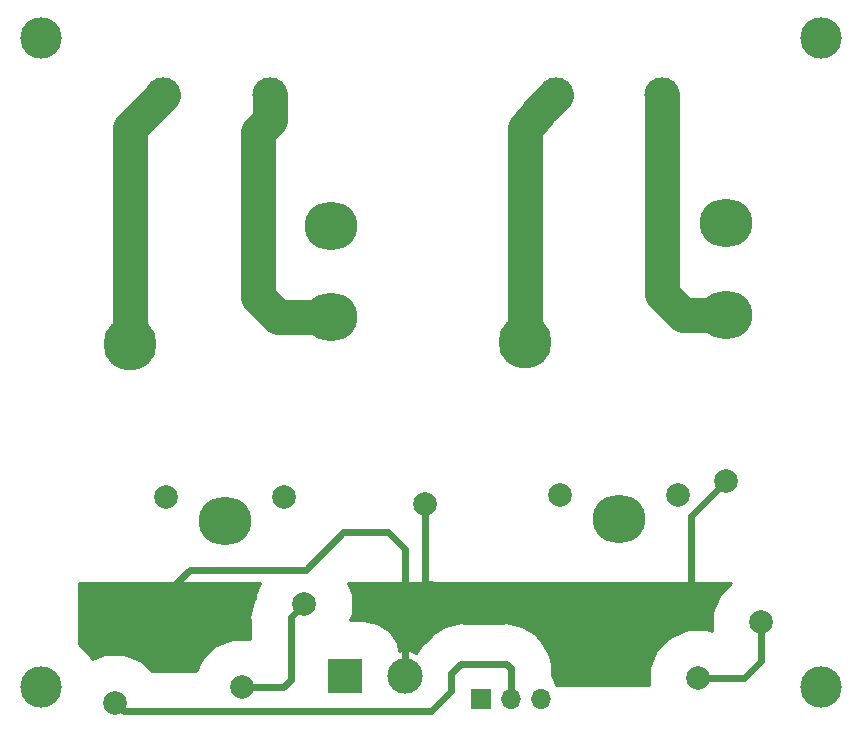
<source format=gbl>
G04 #@! TF.GenerationSoftware,KiCad,Pcbnew,(5.0.1)-3*
G04 #@! TF.CreationDate,2022-08-31T13:01:13+05:45*
G04 #@! TF.ProjectId,Relay-board,52656C61792D626F6172642E6B696361,rev?*
G04 #@! TF.SameCoordinates,Original*
G04 #@! TF.FileFunction,Copper,L2,Bot,Signal*
G04 #@! TF.FilePolarity,Positive*
%FSLAX46Y46*%
G04 Gerber Fmt 4.6, Leading zero omitted, Abs format (unit mm)*
G04 Created by KiCad (PCBNEW (5.0.1)-3) date 8/31/2022 1:01:13 PM*
%MOMM*%
%LPD*%
G01*
G04 APERTURE LIST*
G04 #@! TA.AperFunction,WasherPad*
%ADD10C,3.500000*%
G04 #@! TD*
G04 #@! TA.AperFunction,ComponentPad*
%ADD11C,3.000000*%
G04 #@! TD*
G04 #@! TA.AperFunction,ComponentPad*
%ADD12R,3.000000X3.000000*%
G04 #@! TD*
G04 #@! TA.AperFunction,ComponentPad*
%ADD13R,1.700000X1.700000*%
G04 #@! TD*
G04 #@! TA.AperFunction,ComponentPad*
%ADD14O,1.700000X1.700000*%
G04 #@! TD*
G04 #@! TA.AperFunction,ComponentPad*
%ADD15O,4.500000X4.000000*%
G04 #@! TD*
G04 #@! TA.AperFunction,ComponentPad*
%ADD16C,2.000000*%
G04 #@! TD*
G04 #@! TA.AperFunction,ComponentPad*
%ADD17C,4.500000*%
G04 #@! TD*
G04 #@! TA.AperFunction,ViaPad*
%ADD18C,2.000000*%
G04 #@! TD*
G04 #@! TA.AperFunction,Conductor*
%ADD19C,3.000000*%
G04 #@! TD*
G04 #@! TA.AperFunction,Conductor*
%ADD20C,0.600000*%
G04 #@! TD*
G04 #@! TA.AperFunction,Conductor*
%ADD21C,0.254000*%
G04 #@! TD*
G04 APERTURE END LIST*
D10*
G04 #@! TO.P,MH3,*
G04 #@! TO.N,*
X178000000Y-98000000D03*
G04 #@! TD*
G04 #@! TO.P,MH4,*
G04 #@! TO.N,*
X112000000Y-98000000D03*
G04 #@! TD*
G04 #@! TO.P,MH1,*
G04 #@! TO.N,*
X112000000Y-43000000D03*
G04 #@! TD*
D11*
G04 #@! TO.P,J1,1*
G04 #@! TO.N,COM1*
X155560000Y-47820000D03*
G04 #@! TO.P,J1,2*
G04 #@! TO.N,NO1*
X164560000Y-47820000D03*
G04 #@! TD*
G04 #@! TO.P,J2,2*
G04 #@! TO.N,GND*
X142830000Y-97000000D03*
D12*
G04 #@! TO.P,J2,1*
G04 #@! TO.N,VPOWER*
X137750000Y-97000000D03*
G04 #@! TD*
D11*
G04 #@! TO.P,J4,2*
G04 #@! TO.N,NO2*
X131340000Y-47880000D03*
G04 #@! TO.P,J4,1*
G04 #@! TO.N,COM2*
X122340000Y-47880000D03*
G04 #@! TD*
D13*
G04 #@! TO.P,J3,1*
G04 #@! TO.N,IN1*
X149250000Y-99000000D03*
D14*
G04 #@! TO.P,J3,2*
G04 #@! TO.N,IN2*
X151790000Y-99000000D03*
G04 #@! TO.P,J3,3*
G04 #@! TO.N,GND*
X154330000Y-99000000D03*
G04 #@! TD*
D10*
G04 #@! TO.P,MH2,*
G04 #@! TO.N,*
X178000000Y-43000000D03*
G04 #@! TD*
D15*
G04 #@! TO.P,RELAY1,6*
G04 #@! TO.N,N/C*
X160940000Y-83720000D03*
G04 #@! TO.P,RELAY1,5*
X169940000Y-58720000D03*
G04 #@! TO.P,RELAY1,4*
G04 #@! TO.N,NO1*
X169940000Y-66470000D03*
D16*
G04 #@! TO.P,RELAY1,3*
G04 #@! TO.N,Net-(D1-Pad2)*
X165940000Y-81720000D03*
G04 #@! TO.P,RELAY1,2*
G04 #@! TO.N,VPOWER*
X155940000Y-81720000D03*
D17*
G04 #@! TO.P,RELAY1,1*
G04 #@! TO.N,COM1*
X152940000Y-68720000D03*
G04 #@! TD*
G04 #@! TO.P,RELAY2,1*
G04 #@! TO.N,COM2*
X119540000Y-68910000D03*
D16*
G04 #@! TO.P,RELAY2,2*
G04 #@! TO.N,VPOWER*
X122540000Y-81910000D03*
G04 #@! TO.P,RELAY2,3*
G04 #@! TO.N,Net-(D2-Pad2)*
X132540000Y-81910000D03*
D15*
G04 #@! TO.P,RELAY2,4*
G04 #@! TO.N,NO2*
X136540000Y-66660000D03*
G04 #@! TO.P,RELAY2,5*
G04 #@! TO.N,N/C*
X136540000Y-58910000D03*
G04 #@! TO.P,RELAY2,6*
X127540000Y-83910000D03*
G04 #@! TD*
D18*
G04 #@! TO.N,GND*
X159000000Y-95500000D03*
X144500000Y-82500000D03*
X145000000Y-90000000D03*
X170000000Y-80500000D03*
X120000000Y-90500000D03*
G04 #@! TO.N,IN2*
X118210000Y-99280000D03*
G04 #@! TO.N,Net-(R3-Pad2)*
X167570000Y-97210000D03*
X172940000Y-92440000D03*
G04 #@! TO.N,Net-(R6-Pad2)*
X129000000Y-98000000D03*
X134234738Y-90941162D03*
G04 #@! TD*
D19*
G04 #@! TO.N,COM1*
X154060001Y-49319999D02*
X154060001Y-49489999D01*
X155560000Y-47820000D02*
X154060001Y-49319999D01*
X152940000Y-50610000D02*
X152940000Y-68720000D01*
X154060001Y-49489999D02*
X152940000Y-50610000D01*
G04 #@! TO.N,NO1*
X164560000Y-47820000D02*
X164560000Y-64730000D01*
X164560000Y-64730000D02*
X166300000Y-66470000D01*
X166300000Y-66470000D02*
X169940000Y-66470000D01*
D20*
G04 #@! TO.N,GND*
X142830000Y-94878680D02*
X142830000Y-97000000D01*
X142830000Y-86300000D02*
X142830000Y-94878680D01*
X141400000Y-84870000D02*
X142830000Y-86300000D01*
X140050000Y-84870000D02*
X141400000Y-84870000D01*
X118760000Y-94120000D02*
X122020000Y-94120000D01*
X122020000Y-94120000D02*
X123090000Y-93050000D01*
X123090000Y-93050000D02*
X123090000Y-89520000D01*
X123090000Y-89520000D02*
X124560000Y-88050000D01*
X124560000Y-88050000D02*
X134400000Y-88050000D01*
X137580000Y-84870000D02*
X140050000Y-84870000D01*
X134400000Y-88050000D02*
X137580000Y-84870000D01*
X157980000Y-94190000D02*
X156420000Y-94190000D01*
X159020000Y-93150000D02*
X157980000Y-94190000D01*
X159020000Y-90510000D02*
X159020000Y-93150000D01*
X158190000Y-89680000D02*
X159020000Y-90510000D01*
X142830000Y-94878680D02*
X148028680Y-89680000D01*
X148028680Y-89680000D02*
X158190000Y-89680000D01*
X144500000Y-82500000D02*
X144500000Y-89500000D01*
X144500000Y-89500000D02*
X145000000Y-90000000D01*
X170000000Y-80500000D02*
X167000000Y-83500000D01*
X167000000Y-83500000D02*
X167000000Y-89500000D01*
X167000000Y-89500000D02*
X166500000Y-90000000D01*
G04 #@! TO.N,IN2*
X151790000Y-96390000D02*
X151790000Y-99000000D01*
X151390000Y-95990000D02*
X151790000Y-96390000D01*
X147550000Y-95990000D02*
X151390000Y-95990000D01*
X118210000Y-99280000D02*
X118280000Y-99280000D01*
X118280000Y-99280000D02*
X119000000Y-100000000D01*
X119000000Y-100000000D02*
X145010000Y-100000000D01*
X145010000Y-100000000D02*
X146720000Y-98290000D01*
X146720000Y-98290000D02*
X146720000Y-96820000D01*
X146720000Y-96820000D02*
X147550000Y-95990000D01*
D19*
G04 #@! TO.N,NO2*
X131340000Y-50001320D02*
X130350000Y-50991320D01*
X131340000Y-47880000D02*
X131340000Y-50001320D01*
X130350000Y-50991320D02*
X130350000Y-64980000D01*
X132030000Y-66660000D02*
X136540000Y-66660000D01*
X130350000Y-64980000D02*
X132030000Y-66660000D01*
G04 #@! TO.N,COM2*
X119540000Y-50680000D02*
X119540000Y-68910000D01*
X122340000Y-47880000D02*
X119540000Y-50680000D01*
D20*
G04 #@! TO.N,Net-(R3-Pad2)*
X172940000Y-94500000D02*
X172940000Y-92440000D01*
X171500000Y-97210000D02*
X172940000Y-95770000D01*
X167570000Y-97210000D02*
X171500000Y-97210000D01*
X172940000Y-95770000D02*
X172940000Y-94500000D01*
G04 #@! TO.N,Net-(R6-Pad2)*
X133120000Y-95690000D02*
X133120000Y-92055900D01*
X133120000Y-92055900D02*
X134234738Y-90941162D01*
X129000000Y-98000000D02*
X132500000Y-98000000D01*
X133120000Y-97380000D02*
X133120000Y-95690000D01*
X132500000Y-98000000D02*
X133120000Y-97380000D01*
G04 #@! TD*
D21*
G04 #@! TO.N,GND*
G36*
X169441298Y-90102242D02*
X168813000Y-91619089D01*
X168813000Y-93257835D01*
X168390911Y-93083000D01*
X166749089Y-93083000D01*
X165232242Y-93711298D01*
X164071298Y-94872242D01*
X163443000Y-96389089D01*
X163443000Y-97773000D01*
X155600848Y-97773000D01*
X155536252Y-97448252D01*
X155217000Y-96970458D01*
X155217000Y-96727524D01*
X155284138Y-96389999D01*
X155215086Y-96042852D01*
X155018163Y-95052851D01*
X154260729Y-93919271D01*
X154020947Y-93759054D01*
X153860729Y-93519271D01*
X152727149Y-92761837D01*
X151727526Y-92563000D01*
X151390000Y-92495862D01*
X151052474Y-92563000D01*
X147887524Y-92563000D01*
X147549999Y-92495862D01*
X147212474Y-92563000D01*
X146212851Y-92761837D01*
X145079271Y-93519271D01*
X144888075Y-93805416D01*
X144535414Y-94158077D01*
X144249272Y-94349271D01*
X143765365Y-95073487D01*
X143213813Y-94857277D01*
X142364613Y-94873503D01*
X142317523Y-94893008D01*
X142195569Y-94279905D01*
X141504441Y-93245559D01*
X140470095Y-92554431D01*
X139250000Y-92311739D01*
X138134059Y-92311739D01*
X138361738Y-91762073D01*
X138361738Y-90120251D01*
X137950320Y-89127000D01*
X170416540Y-89127000D01*
X169441298Y-90102242D01*
X169441298Y-90102242D01*
G37*
X169441298Y-90102242D02*
X168813000Y-91619089D01*
X168813000Y-93257835D01*
X168390911Y-93083000D01*
X166749089Y-93083000D01*
X165232242Y-93711298D01*
X164071298Y-94872242D01*
X163443000Y-96389089D01*
X163443000Y-97773000D01*
X155600848Y-97773000D01*
X155536252Y-97448252D01*
X155217000Y-96970458D01*
X155217000Y-96727524D01*
X155284138Y-96389999D01*
X155215086Y-96042852D01*
X155018163Y-95052851D01*
X154260729Y-93919271D01*
X154020947Y-93759054D01*
X153860729Y-93519271D01*
X152727149Y-92761837D01*
X151727526Y-92563000D01*
X151390000Y-92495862D01*
X151052474Y-92563000D01*
X147887524Y-92563000D01*
X147549999Y-92495862D01*
X147212474Y-92563000D01*
X146212851Y-92761837D01*
X145079271Y-93519271D01*
X144888075Y-93805416D01*
X144535414Y-94158077D01*
X144249272Y-94349271D01*
X143765365Y-95073487D01*
X143213813Y-94857277D01*
X142364613Y-94873503D01*
X142317523Y-94893008D01*
X142195569Y-94279905D01*
X141504441Y-93245559D01*
X140470095Y-92554431D01*
X139250000Y-92311739D01*
X138134059Y-92311739D01*
X138361738Y-91762073D01*
X138361738Y-90120251D01*
X137950320Y-89127000D01*
X170416540Y-89127000D01*
X169441298Y-90102242D01*
G36*
X130107738Y-90120251D02*
X130107738Y-90395634D01*
X129891837Y-90718752D01*
X129625862Y-92055900D01*
X129693001Y-92393430D01*
X129693000Y-93873000D01*
X128179089Y-93873000D01*
X126662242Y-94501298D01*
X125501298Y-95662242D01*
X125124050Y-96573000D01*
X121339460Y-96573000D01*
X120547758Y-95781298D01*
X119030911Y-95153000D01*
X117389089Y-95153000D01*
X116288408Y-95608917D01*
X116134521Y-95237401D01*
X115227000Y-94329880D01*
X115227000Y-89127000D01*
X130519156Y-89127000D01*
X130107738Y-90120251D01*
X130107738Y-90120251D01*
G37*
X130107738Y-90120251D02*
X130107738Y-90395634D01*
X129891837Y-90718752D01*
X129625862Y-92055900D01*
X129693001Y-92393430D01*
X129693000Y-93873000D01*
X128179089Y-93873000D01*
X126662242Y-94501298D01*
X125501298Y-95662242D01*
X125124050Y-96573000D01*
X121339460Y-96573000D01*
X120547758Y-95781298D01*
X119030911Y-95153000D01*
X117389089Y-95153000D01*
X116288408Y-95608917D01*
X116134521Y-95237401D01*
X115227000Y-94329880D01*
X115227000Y-89127000D01*
X130519156Y-89127000D01*
X130107738Y-90120251D01*
G04 #@! TD*
M02*

</source>
